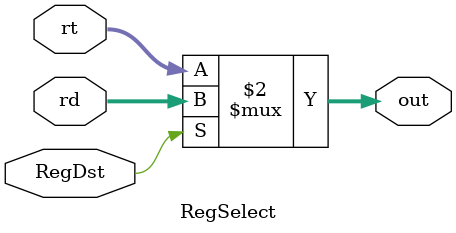
<source format=v>
`timescale 1ns / 1ps


module RegSelect(
  input RegDst,
  input [4:0] rt,
  input [4:0] rd,
  output [4:0] out
  );

  assign out = (RegDst == 0)? rt : rd;

endmodule

</source>
